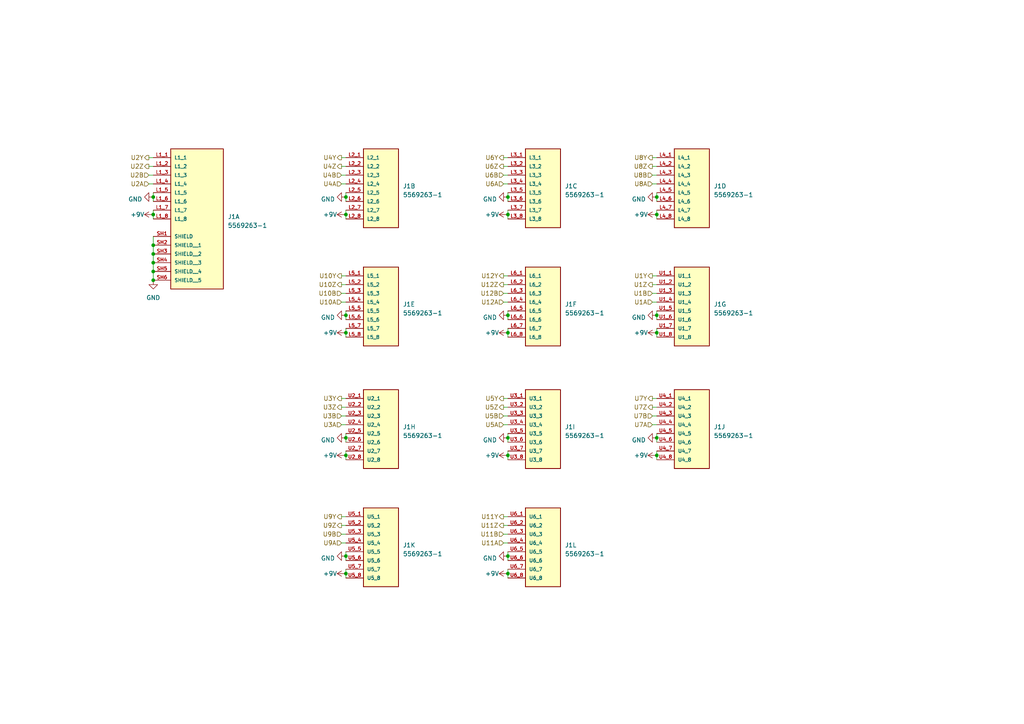
<source format=kicad_sch>
(kicad_sch (version 20230121) (generator eeschema)
  (paper "A4")
  (lib_symbols
    (symbol "components:5569263-1" (pin_names (offset 1.016))
      (property "Reference" "J" (at -0.635 15.875 0))
      (property "Value" "5569263-1" (at -5.08 13.335 0))
      (symbol "5569263-1_1_0"
        (rectangle (start -7.62 12.7) (end 7.62 -27.94) (stroke (width 0.254)) (fill (type background)))
        (pin passive line (at -12.7 10.16 0) (length 5.08) (name "L1_1") (number "L1_1"))
        (pin passive line (at -12.7 7.62 0) (length 5.08) (name "L1_2") (number "L1_2"))
        (pin passive line (at -12.7 5.08 0) (length 5.08) (name "L1_3") (number "L1_3"))
        (pin passive line (at -12.7 2.54 0) (length 5.08) (name "L1_4") (number "L1_4"))
        (pin passive line (at -12.7 0 0) (length 5.08) (name "L1_5") (number "L1_5"))
        (pin passive line (at -12.7 -2.54 0) (length 5.08) (name "L1_6") (number "L1_6"))
        (pin passive line (at -12.7 -5.08 0) (length 5.08) (name "L1_7") (number "L1_7"))
        (pin passive line (at -12.7 -7.62 0) (length 5.08) (name "L1_8") (number "L1_8"))
        (pin passive line (at -12.7 -12.7 0) (length 5.08) (name "SHIELD") (number "SH1"))
        (pin passive line (at -12.7 -15.24 0) (length 5.08) (name "SHIELD__1") (number "SH2"))
        (pin passive line (at -12.7 -17.78 0) (length 5.08) (name "SHIELD__2") (number "SH3"))
        (pin passive line (at -12.7 -20.32 0) (length 5.08) (name "SHIELD__3") (number "SH4"))
        (pin passive line (at -12.7 -22.86 0) (length 5.08) (name "SHIELD__4") (number "SH5"))
        (pin passive line (at -12.7 -25.4 0) (length 5.08) (name "SHIELD__5") (number "SH6"))
      )
      (symbol "5569263-1_2_0"
        (rectangle (start -5.08 -12.7) (end 5.08 10.16) (stroke (width 0.254)) (fill (type background)))
        (pin passive line (at -10.16 7.62 0) (length 5.08) (name "L2_1") (number "L2_1"))
        (pin passive line (at -10.16 5.08 0) (length 5.08) (name "L2_2") (number "L2_2"))
        (pin passive line (at -10.16 2.54 0) (length 5.08) (name "L2_3") (number "L2_3"))
        (pin passive line (at -10.16 0 0) (length 5.08) (name "L2_4") (number "L2_4"))
        (pin passive line (at -10.16 -2.54 0) (length 5.08) (name "L2_5") (number "L2_5"))
        (pin passive line (at -10.16 -5.08 0) (length 5.08) (name "L2_6") (number "L2_6"))
        (pin passive line (at -10.16 -7.62 0) (length 5.08) (name "L2_7") (number "L2_7"))
        (pin passive line (at -10.16 -10.16 0) (length 5.08) (name "L2_8") (number "L2_8"))
      )
      (symbol "5569263-1_3_0"
        (rectangle (start -5.08 -12.7) (end 5.08 10.16) (stroke (width 0.254)) (fill (type background)))
        (pin passive line (at -10.16 7.62 0) (length 5.08) (name "L3_1") (number "L3_1"))
        (pin passive line (at -10.16 5.08 0) (length 5.08) (name "L3_2") (number "L3_2"))
        (pin passive line (at -10.16 2.54 0) (length 5.08) (name "L3_3") (number "L3_3"))
        (pin passive line (at -10.16 0 0) (length 5.08) (name "L3_4") (number "L3_4"))
        (pin passive line (at -10.16 -2.54 0) (length 5.08) (name "L3_5") (number "L3_5"))
        (pin passive line (at -10.16 -5.08 0) (length 5.08) (name "L3_6") (number "L3_6"))
        (pin passive line (at -10.16 -7.62 0) (length 5.08) (name "L3_7") (number "L3_7"))
        (pin passive line (at -10.16 -10.16 0) (length 5.08) (name "L3_8") (number "L3_8"))
      )
      (symbol "5569263-1_4_0"
        (rectangle (start -5.08 -12.7) (end 5.08 10.16) (stroke (width 0.254)) (fill (type background)))
        (pin passive line (at -10.16 7.62 0) (length 5.08) (name "L4_1") (number "L4_1"))
        (pin passive line (at -10.16 5.08 0) (length 5.08) (name "L4_2") (number "L4_2"))
        (pin passive line (at -10.16 2.54 0) (length 5.08) (name "L4_3") (number "L4_3"))
        (pin passive line (at -10.16 0 0) (length 5.08) (name "L4_4") (number "L4_4"))
        (pin passive line (at -10.16 -2.54 0) (length 5.08) (name "L4_5") (number "L4_5"))
        (pin passive line (at -10.16 -5.08 0) (length 5.08) (name "L4_6") (number "L4_6"))
        (pin passive line (at -10.16 -7.62 0) (length 5.08) (name "L4_7") (number "L4_7"))
        (pin passive line (at -10.16 -10.16 0) (length 5.08) (name "L4_8") (number "L4_8"))
      )
      (symbol "5569263-1_5_0"
        (rectangle (start -5.08 -12.7) (end 5.08 10.16) (stroke (width 0.254)) (fill (type background)))
        (pin passive line (at -10.16 7.62 0) (length 5.08) (name "L5_1") (number "L5_1"))
        (pin passive line (at -10.16 5.08 0) (length 5.08) (name "L5_2") (number "L5_2"))
        (pin passive line (at -10.16 2.54 0) (length 5.08) (name "L5_3") (number "L5_3"))
        (pin passive line (at -10.16 0 0) (length 5.08) (name "L5_4") (number "L5_4"))
        (pin passive line (at -10.16 -2.54 0) (length 5.08) (name "L5_5") (number "L5_5"))
        (pin passive line (at -10.16 -5.08 0) (length 5.08) (name "L5_6") (number "L5_6"))
        (pin passive line (at -10.16 -7.62 0) (length 5.08) (name "L5_7") (number "L5_7"))
        (pin passive line (at -10.16 -10.16 0) (length 5.08) (name "L5_8") (number "L5_8"))
      )
      (symbol "5569263-1_6_0"
        (rectangle (start -5.08 -12.7) (end 5.08 10.16) (stroke (width 0.254)) (fill (type background)))
        (pin passive line (at -10.16 7.62 0) (length 5.08) (name "L6_1") (number "L6_1"))
        (pin passive line (at -10.16 5.08 0) (length 5.08) (name "L6_2") (number "L6_2"))
        (pin passive line (at -10.16 2.54 0) (length 5.08) (name "L6_3") (number "L6_3"))
        (pin passive line (at -10.16 0 0) (length 5.08) (name "L6_4") (number "L6_4"))
        (pin passive line (at -10.16 -2.54 0) (length 5.08) (name "L6_5") (number "L6_5"))
        (pin passive line (at -10.16 -5.08 0) (length 5.08) (name "L6_6") (number "L6_6"))
        (pin passive line (at -10.16 -7.62 0) (length 5.08) (name "L6_7") (number "L6_7"))
        (pin passive line (at -10.16 -10.16 0) (length 5.08) (name "L6_8") (number "L6_8"))
      )
      (symbol "5569263-1_7_0"
        (rectangle (start -5.08 -12.7) (end 5.08 10.16) (stroke (width 0.254)) (fill (type background)))
        (pin passive line (at -10.16 7.62 0) (length 5.08) (name "U1_1") (number "U1_1"))
        (pin passive line (at -10.16 5.08 0) (length 5.08) (name "U1_2") (number "U1_2"))
        (pin passive line (at -10.16 2.54 0) (length 5.08) (name "U1_3") (number "U1_3"))
        (pin passive line (at -10.16 0 0) (length 5.08) (name "U1_4") (number "U1_4"))
        (pin passive line (at -10.16 -2.54 0) (length 5.08) (name "U1_5") (number "U1_5"))
        (pin passive line (at -10.16 -5.08 0) (length 5.08) (name "U1_6") (number "U1_6"))
        (pin passive line (at -10.16 -7.62 0) (length 5.08) (name "U1_7") (number "U1_7"))
        (pin passive line (at -10.16 -10.16 0) (length 5.08) (name "U1_8") (number "U1_8"))
      )
      (symbol "5569263-1_8_0"
        (rectangle (start -5.08 -12.7) (end 5.08 10.16) (stroke (width 0.254)) (fill (type background)))
        (pin passive line (at -10.16 7.62 0) (length 5.08) (name "U2_1") (number "U2_1"))
        (pin passive line (at -10.16 5.08 0) (length 5.08) (name "U2_2") (number "U2_2"))
        (pin passive line (at -10.16 2.54 0) (length 5.08) (name "U2_3") (number "U2_3"))
        (pin passive line (at -10.16 0 0) (length 5.08) (name "U2_4") (number "U2_4"))
        (pin passive line (at -10.16 -2.54 0) (length 5.08) (name "U2_5") (number "U2_5"))
        (pin passive line (at -10.16 -5.08 0) (length 5.08) (name "U2_6") (number "U2_6"))
        (pin passive line (at -10.16 -7.62 0) (length 5.08) (name "U2_7") (number "U2_7"))
        (pin passive line (at -10.16 -10.16 0) (length 5.08) (name "U2_8") (number "U2_8"))
      )
      (symbol "5569263-1_9_0"
        (rectangle (start -5.08 -12.7) (end 5.08 10.16) (stroke (width 0.254)) (fill (type background)))
        (pin passive line (at -10.16 7.62 0) (length 5.08) (name "U3_1") (number "U3_1"))
        (pin passive line (at -10.16 5.08 0) (length 5.08) (name "U3_2") (number "U3_2"))
        (pin passive line (at -10.16 2.54 0) (length 5.08) (name "U3_3") (number "U3_3"))
        (pin passive line (at -10.16 0 0) (length 5.08) (name "U3_4") (number "U3_4"))
        (pin passive line (at -10.16 -2.54 0) (length 5.08) (name "U3_5") (number "U3_5"))
        (pin passive line (at -10.16 -5.08 0) (length 5.08) (name "U3_6") (number "U3_6"))
        (pin passive line (at -10.16 -7.62 0) (length 5.08) (name "U3_7") (number "U3_7"))
        (pin passive line (at -10.16 -10.16 0) (length 5.08) (name "U3_8") (number "U3_8"))
      )
      (symbol "5569263-1_10_0"
        (rectangle (start -5.08 -12.7) (end 5.08 10.16) (stroke (width 0.254)) (fill (type background)))
        (pin passive line (at -10.16 7.62 0) (length 5.08) (name "U4_1") (number "U4_1"))
        (pin passive line (at -10.16 5.08 0) (length 5.08) (name "U4_2") (number "U4_2"))
        (pin passive line (at -10.16 2.54 0) (length 5.08) (name "U4_3") (number "U4_3"))
        (pin passive line (at -10.16 0 0) (length 5.08) (name "U4_4") (number "U4_4"))
        (pin passive line (at -10.16 -2.54 0) (length 5.08) (name "U4_5") (number "U4_5"))
        (pin passive line (at -10.16 -5.08 0) (length 5.08) (name "U4_6") (number "U4_6"))
        (pin passive line (at -10.16 -7.62 0) (length 5.08) (name "U4_7") (number "U4_7"))
        (pin passive line (at -10.16 -10.16 0) (length 5.08) (name "U4_8") (number "U4_8"))
      )
      (symbol "5569263-1_11_0"
        (rectangle (start -5.08 -12.7) (end 5.08 10.16) (stroke (width 0.254)) (fill (type background)))
        (pin passive line (at -10.16 7.62 0) (length 5.08) (name "U5_1") (number "U5_1"))
        (pin passive line (at -10.16 5.08 0) (length 5.08) (name "U5_2") (number "U5_2"))
        (pin passive line (at -10.16 2.54 0) (length 5.08) (name "U5_3") (number "U5_3"))
        (pin passive line (at -10.16 0 0) (length 5.08) (name "U5_4") (number "U5_4"))
        (pin passive line (at -10.16 -2.54 0) (length 5.08) (name "U5_5") (number "U5_5"))
        (pin passive line (at -10.16 -5.08 0) (length 5.08) (name "U5_6") (number "U5_6"))
        (pin passive line (at -10.16 -7.62 0) (length 5.08) (name "U5_7") (number "U5_7"))
        (pin passive line (at -10.16 -10.16 0) (length 5.08) (name "U5_8") (number "U5_8"))
      )
      (symbol "5569263-1_12_0"
        (rectangle (start -5.08 -12.7) (end 5.08 10.16) (stroke (width 0.254)) (fill (type background)))
        (pin passive line (at -10.16 7.62 0) (length 5.08) (name "U6_1") (number "U6_1"))
        (pin passive line (at -10.16 5.08 0) (length 5.08) (name "U6_2") (number "U6_2"))
        (pin passive line (at -10.16 2.54 0) (length 5.08) (name "U6_3") (number "U6_3"))
        (pin passive line (at -10.16 0 0) (length 5.08) (name "U6_4") (number "U6_4"))
        (pin passive line (at -10.16 -2.54 0) (length 5.08) (name "U6_5") (number "U6_5"))
        (pin passive line (at -10.16 -5.08 0) (length 5.08) (name "U6_6") (number "U6_6"))
        (pin passive line (at -10.16 -7.62 0) (length 5.08) (name "U6_7") (number "U6_7"))
        (pin passive line (at -10.16 -10.16 0) (length 5.08) (name "U6_8") (number "U6_8"))
      )
    )
    (symbol "power:+9V" (power) (pin_names (offset 0))
      (property "Value" "+9V" (at 0 3.556 0))
      (symbol "+9V_0_1"
        (polyline (pts (xy -0.762 1.27) (xy 0 2.54)))
        (polyline (pts (xy 0 0) (xy 0 2.54)))
        (polyline (pts (xy 0 2.54) (xy 0.762 1.27)))
      )
      (symbol "+9V_1_1"
        (pin power_in line (at 0 0 90) (length 0) hide (name "+9V") (number "1"))
      )
    )
    (symbol "power:GND" (power) (pin_names (offset 0))
      (property "Value" "GND" (at 0 -3.81 0))
      (symbol "GND_0_1"
        (polyline (pts (xy 0 0) (xy 0 -1.27) (xy 1.27 -1.27) (xy 0 -2.54) (xy -1.27 -1.27) (xy 0 -1.27)))
      )
      (symbol "GND_1_1"
        (pin power_in line (at 0 0 270) (length 0) hide (name "GND") (number "1"))
      )
    )
  )
  (junction (at 100.33 132.08))
  (junction (at 147.32 57.15))
  (junction (at 44.45 71.12))
  (junction (at 44.45 78.74))
  (junction (at 147.32 166.37))
  (junction (at 100.33 166.37))
  (junction (at 44.45 76.2))
  (junction (at 147.32 132.08))
  (junction (at 100.33 91.44))
  (junction (at 44.45 62.23))
  (junction (at 100.33 62.23))
  (junction (at 100.33 96.52))
  (junction (at 190.5 62.23))
  (junction (at 100.33 161.29))
  (junction (at 190.5 91.44))
  (junction (at 190.5 57.15))
  (junction (at 147.32 62.23))
  (junction (at 190.5 127))
  (junction (at 190.5 132.08))
  (junction (at 147.32 96.52))
  (junction (at 44.45 57.15))
  (junction (at 147.32 91.44))
  (junction (at 147.32 161.29))
  (junction (at 147.32 127))
  (junction (at 190.5 96.52))
  (junction (at 44.45 81.28))
  (junction (at 44.45 73.66))
  (junction (at 100.33 57.15))
  (junction (at 100.33 127))
  (wire (pts (xy 99.06 157.48) (xy 100.33 157.48)))
  (wire (pts (xy 146.05 123.19) (xy 147.32 123.19)))
  (wire (pts (xy 146.05 152.4) (xy 147.32 152.4)))
  (wire (pts (xy 100.33 132.08) (xy 100.33 133.35)))
  (wire (pts (xy 100.33 127) (xy 100.33 128.27)))
  (wire (pts (xy 99.06 45.72) (xy 100.33 45.72)))
  (wire (pts (xy 190.5 62.23) (xy 190.5 63.5)))
  (wire (pts (xy 147.32 90.17) (xy 147.32 91.44)))
  (wire (pts (xy 99.06 123.19) (xy 100.33 123.19)))
  (wire (pts (xy 100.33 125.73) (xy 100.33 127)))
  (wire (pts (xy 99.06 120.65) (xy 100.33 120.65)))
  (wire (pts (xy 189.23 53.34) (xy 190.5 53.34)))
  (wire (pts (xy 44.45 57.15) (xy 44.45 58.42)))
  (wire (pts (xy 189.23 118.11) (xy 190.5 118.11)))
  (wire (pts (xy 99.06 53.34) (xy 100.33 53.34)))
  (wire (pts (xy 146.05 80.01) (xy 147.32 80.01)))
  (wire (pts (xy 99.06 87.63) (xy 100.33 87.63)))
  (wire (pts (xy 43.18 53.34) (xy 44.45 53.34)))
  (wire (pts (xy 190.5 127) (xy 190.5 128.27)))
  (wire (pts (xy 190.5 130.81) (xy 190.5 132.08)))
  (wire (pts (xy 147.32 57.15) (xy 147.32 58.42)))
  (wire (pts (xy 147.32 125.73) (xy 147.32 127)))
  (wire (pts (xy 99.06 154.94) (xy 100.33 154.94)))
  (wire (pts (xy 146.05 87.63) (xy 147.32 87.63)))
  (wire (pts (xy 190.5 96.52) (xy 190.5 97.79)))
  (wire (pts (xy 100.33 130.81) (xy 100.33 132.08)))
  (wire (pts (xy 147.32 96.52) (xy 147.32 97.79)))
  (wire (pts (xy 100.33 62.23) (xy 100.33 63.5)))
  (wire (pts (xy 189.23 87.63) (xy 190.5 87.63)))
  (wire (pts (xy 44.45 62.23) (xy 44.45 63.5)))
  (wire (pts (xy 100.33 165.1) (xy 100.33 166.37)))
  (wire (pts (xy 44.45 78.74) (xy 44.45 81.28)))
  (wire (pts (xy 189.23 82.55) (xy 190.5 82.55)))
  (wire (pts (xy 100.33 166.37) (xy 100.33 167.64)))
  (wire (pts (xy 43.18 45.72) (xy 44.45 45.72)))
  (wire (pts (xy 146.05 82.55) (xy 147.32 82.55)))
  (wire (pts (xy 190.5 91.44) (xy 190.5 92.71)))
  (wire (pts (xy 147.32 60.96) (xy 147.32 62.23)))
  (wire (pts (xy 43.18 50.8) (xy 44.45 50.8)))
  (wire (pts (xy 146.05 157.48) (xy 147.32 157.48)))
  (wire (pts (xy 99.06 118.11) (xy 100.33 118.11)))
  (wire (pts (xy 147.32 161.29) (xy 147.32 162.56)))
  (wire (pts (xy 99.06 152.4) (xy 100.33 152.4)))
  (wire (pts (xy 147.32 127) (xy 147.32 128.27)))
  (wire (pts (xy 190.5 95.25) (xy 190.5 96.52)))
  (wire (pts (xy 99.06 50.8) (xy 100.33 50.8)))
  (wire (pts (xy 189.23 85.09) (xy 190.5 85.09)))
  (wire (pts (xy 147.32 160.02) (xy 147.32 161.29)))
  (wire (pts (xy 44.45 73.66) (xy 44.45 76.2)))
  (wire (pts (xy 146.05 120.65) (xy 147.32 120.65)))
  (wire (pts (xy 190.5 55.88) (xy 190.5 57.15)))
  (wire (pts (xy 147.32 95.25) (xy 147.32 96.52)))
  (wire (pts (xy 147.32 55.88) (xy 147.32 57.15)))
  (wire (pts (xy 189.23 50.8) (xy 190.5 50.8)))
  (wire (pts (xy 99.06 85.09) (xy 100.33 85.09)))
  (wire (pts (xy 100.33 55.88) (xy 100.33 57.15)))
  (wire (pts (xy 147.32 165.1) (xy 147.32 166.37)))
  (wire (pts (xy 44.45 71.12) (xy 44.45 73.66)))
  (wire (pts (xy 190.5 57.15) (xy 190.5 58.42)))
  (wire (pts (xy 100.33 91.44) (xy 100.33 92.71)))
  (wire (pts (xy 99.06 82.55) (xy 100.33 82.55)))
  (wire (pts (xy 147.32 166.37) (xy 147.32 167.64)))
  (wire (pts (xy 190.5 125.73) (xy 190.5 127)))
  (wire (pts (xy 100.33 90.17) (xy 100.33 91.44)))
  (wire (pts (xy 146.05 48.26) (xy 147.32 48.26)))
  (wire (pts (xy 147.32 91.44) (xy 147.32 92.71)))
  (wire (pts (xy 147.32 132.08) (xy 147.32 133.35)))
  (wire (pts (xy 146.05 85.09) (xy 147.32 85.09)))
  (wire (pts (xy 100.33 161.29) (xy 100.33 162.56)))
  (wire (pts (xy 146.05 53.34) (xy 147.32 53.34)))
  (wire (pts (xy 99.06 149.86) (xy 100.33 149.86)))
  (wire (pts (xy 189.23 48.26) (xy 190.5 48.26)))
  (wire (pts (xy 44.45 60.96) (xy 44.45 62.23)))
  (wire (pts (xy 147.32 62.23) (xy 147.32 63.5)))
  (wire (pts (xy 44.45 76.2) (xy 44.45 78.74)))
  (wire (pts (xy 146.05 45.72) (xy 147.32 45.72)))
  (wire (pts (xy 190.5 132.08) (xy 190.5 133.35)))
  (wire (pts (xy 146.05 149.86) (xy 147.32 149.86)))
  (wire (pts (xy 100.33 96.52) (xy 100.33 97.79)))
  (wire (pts (xy 43.18 48.26) (xy 44.45 48.26)))
  (wire (pts (xy 100.33 60.96) (xy 100.33 62.23)))
  (wire (pts (xy 147.32 130.81) (xy 147.32 132.08)))
  (wire (pts (xy 146.05 154.94) (xy 147.32 154.94)))
  (wire (pts (xy 100.33 160.02) (xy 100.33 161.29)))
  (wire (pts (xy 146.05 50.8) (xy 147.32 50.8)))
  (wire (pts (xy 100.33 95.25) (xy 100.33 96.52)))
  (wire (pts (xy 189.23 45.72) (xy 190.5 45.72)))
  (wire (pts (xy 44.45 55.88) (xy 44.45 57.15)))
  (wire (pts (xy 190.5 60.96) (xy 190.5 62.23)))
  (wire (pts (xy 99.06 115.57) (xy 100.33 115.57)))
  (wire (pts (xy 146.05 115.57) (xy 147.32 115.57)))
  (wire (pts (xy 189.23 115.57) (xy 190.5 115.57)))
  (wire (pts (xy 146.05 118.11) (xy 147.32 118.11)))
  (wire (pts (xy 44.45 68.58) (xy 44.45 71.12)))
  (wire (pts (xy 190.5 90.17) (xy 190.5 91.44)))
  (wire (pts (xy 99.06 48.26) (xy 100.33 48.26)))
  (wire (pts (xy 99.06 80.01) (xy 100.33 80.01)))
  (wire (pts (xy 189.23 80.01) (xy 190.5 80.01)))
  (wire (pts (xy 189.23 123.19) (xy 190.5 123.19)))
  (wire (pts (xy 100.33 57.15) (xy 100.33 58.42)))
  (wire (pts (xy 189.23 120.65) (xy 190.5 120.65)))
  (hierarchical_label "U2A" (shape input) (at 43.18 53.34 180))
  (hierarchical_label "U9A" (shape input) (at 99.06 157.48 180))
  (hierarchical_label "U5Y" (shape output) (at 146.05 115.57 180))
  (hierarchical_label "U2B" (shape input) (at 43.18 50.8 180))
  (hierarchical_label "U11A" (shape input) (at 146.05 157.48 180))
  (hierarchical_label "U10B" (shape input) (at 99.06 85.09 180))
  (hierarchical_label "U11B" (shape input) (at 146.05 154.94 180))
  (hierarchical_label "U1B" (shape input) (at 189.23 85.09 180))
  (hierarchical_label "U11Y" (shape output) (at 146.05 149.86 180))
  (hierarchical_label "U7Y" (shape output) (at 189.23 115.57 180))
  (hierarchical_label "U12B" (shape input) (at 146.05 85.09 180))
  (hierarchical_label "U4A" (shape input) (at 99.06 53.34 180))
  (hierarchical_label "U8Z" (shape output) (at 189.23 48.26 180))
  (hierarchical_label "U7B" (shape input) (at 189.23 120.65 180))
  (hierarchical_label "U9B" (shape input) (at 99.06 154.94 180))
  (hierarchical_label "U3Z" (shape output) (at 99.06 118.11 180))
  (hierarchical_label "U1A" (shape input) (at 189.23 87.63 180))
  (hierarchical_label "U6Y" (shape output) (at 146.05 45.72 180))
  (hierarchical_label "U7Z" (shape output) (at 189.23 118.11 180))
  (hierarchical_label "U12Z" (shape output) (at 146.05 82.55 180))
  (hierarchical_label "U1Y" (shape output) (at 189.23 80.01 180))
  (hierarchical_label "U6B" (shape input) (at 146.05 50.8 180))
  (hierarchical_label "U6Z" (shape output) (at 146.05 48.26 180))
  (hierarchical_label "U4B" (shape input) (at 99.06 50.8 180))
  (hierarchical_label "U5A" (shape input) (at 146.05 123.19 180))
  (hierarchical_label "U10A" (shape input) (at 99.06 87.63 180))
  (hierarchical_label "U2Z" (shape output) (at 43.18 48.26 180))
  (hierarchical_label "U11Z" (shape output) (at 146.05 152.4 180))
  (hierarchical_label "U2Y" (shape output) (at 43.18 45.72 180))
  (hierarchical_label "U12A" (shape input) (at 146.05 87.63 180))
  (hierarchical_label "U12Y" (shape output) (at 146.05 80.01 180))
  (hierarchical_label "U9Y" (shape output) (at 99.06 149.86 180))
  (hierarchical_label "U8A" (shape input) (at 189.23 53.34 180))
  (hierarchical_label "U9Z" (shape output) (at 99.06 152.4 180))
  (hierarchical_label "U8B" (shape input) (at 189.23 50.8 180))
  (hierarchical_label "U3A" (shape input) (at 99.06 123.19 180))
  (hierarchical_label "U8Y" (shape output) (at 189.23 45.72 180))
  (hierarchical_label "U5Z" (shape output) (at 146.05 118.11 180))
  (hierarchical_label "U1Z" (shape output) (at 189.23 82.55 180))
  (hierarchical_label "U10Z" (shape output) (at 99.06 82.55 180))
  (hierarchical_label "U4Z" (shape output) (at 99.06 48.26 180))
  (hierarchical_label "U6A" (shape input) (at 146.05 53.34 180))
  (hierarchical_label "U3B" (shape input) (at 99.06 120.65 180))
  (hierarchical_label "U4Y" (shape output) (at 99.06 45.72 180))
  (hierarchical_label "U7A" (shape input) (at 189.23 123.19 180))
  (hierarchical_label "U5B" (shape input) (at 146.05 120.65 180))
  (hierarchical_label "U10Y" (shape output) (at 99.06 80.01 180))
  (hierarchical_label "U3Y" (shape output) (at 99.06 115.57 180))
  (symbol (lib_id "power:GND") (at 100.33 91.44 270) (unit 1)
    (property "Reference" "#PWR054" (effects hide))
    (property "Value" "GND" (at 97.155 92.075 90) (effects (justify right)))
  )
  (symbol (lib_id "components:5569263-1") (at 110.49 87.63 0) (unit 5)
    (property "Reference" "J1" (at 116.84 88.265 0) (effects (justify left)))
    (property "Value" "5569263-1" (at 116.84 90.805 0) (effects (justify left)))
    (property "Footprint" "components:TE_5569263-1" (effects hide))
    (property "PARTREV" "B3" (effects hide))
    (property "STANDARD" "Manufacturer Recommendations" (effects hide))
    (property "MAXIMUM_PACKAGE_HEIGHT" "26.29mm" (effects hide))
    (property "MANUFACTURER" "TE Connectivity" (effects hide))
  )
  (symbol (lib_id "components:5569263-1") (at 157.48 87.63 0) (unit 6)
    (property "Reference" "J1" (at 163.83 88.265 0) (effects (justify left)))
    (property "Value" "5569263-1" (at 163.83 90.805 0) (effects (justify left)))
    (property "Footprint" "components:TE_5569263-1" (effects hide))
    (property "PARTREV" "B3" (effects hide))
    (property "STANDARD" "Manufacturer Recommendations" (effects hide))
    (property "MAXIMUM_PACKAGE_HEIGHT" "26.29mm" (effects hide))
    (property "MANUFACTURER" "TE Connectivity" (effects hide))
  )
  (symbol (lib_id "power:GND") (at 100.33 161.29 270) (unit 1)
    (property "Reference" "#PWR058" (effects hide))
    (property "Value" "GND" (at 97.155 161.925 90) (effects (justify right)))
  )
  (symbol (lib_id "components:5569263-1") (at 110.49 157.48 0) (unit 11)
    (property "Reference" "J1" (at 116.84 158.115 0) (effects (justify left)))
    (property "Value" "5569263-1" (at 116.84 160.655 0) (effects (justify left)))
    (property "Footprint" "components:TE_5569263-1" (effects hide))
    (property "PARTREV" "B3" (effects hide))
    (property "STANDARD" "Manufacturer Recommendations" (effects hide))
    (property "MAXIMUM_PACKAGE_HEIGHT" "26.29mm" (effects hide))
    (property "MANUFACTURER" "TE Connectivity" (effects hide))
  )
  (symbol (lib_id "power:GND") (at 147.32 91.44 270) (unit 1)
    (property "Reference" "#PWR062" (effects hide))
    (property "Value" "GND" (at 144.145 92.075 90) (effects (justify right)))
  )
  (symbol (lib_id "components:5569263-1") (at 157.48 53.34 0) (unit 3)
    (property "Reference" "J1" (at 163.83 53.975 0) (effects (justify left)))
    (property "Value" "5569263-1" (at 163.83 56.515 0) (effects (justify left)))
    (property "Footprint" "components:TE_5569263-1" (effects hide))
    (property "PARTREV" "B3" (effects hide))
    (property "STANDARD" "Manufacturer Recommendations" (effects hide))
    (property "MAXIMUM_PACKAGE_HEIGHT" "26.29mm" (effects hide))
    (property "MANUFACTURER" "TE Connectivity" (effects hide))
  )
  (symbol (lib_id "power:+9V") (at 147.32 132.08 90) (unit 1)
    (property "Reference" "#PWR067" (effects hide))
    (property "Value" "+9V" (at 144.78 132.08 90) (effects (justify left)))
  )
  (symbol (lib_id "power:+9V") (at 147.32 96.52 90) (unit 1)
    (property "Reference" "#PWR063" (effects hide))
    (property "Value" "+9V" (at 144.78 96.52 90) (effects (justify left)))
  )
  (symbol (lib_id "power:GND") (at 147.32 127 270) (unit 1)
    (property "Reference" "#PWR064" (effects hide))
    (property "Value" "GND" (at 144.145 127.635 90) (effects (justify right)))
  )
  (symbol (lib_id "components:5569263-1") (at 110.49 123.19 0) (unit 8)
    (property "Reference" "J1" (at 116.84 123.825 0) (effects (justify left)))
    (property "Value" "5569263-1" (at 116.84 126.365 0) (effects (justify left)))
    (property "Footprint" "components:TE_5569263-1" (effects hide))
    (property "PARTREV" "B3" (effects hide))
    (property "STANDARD" "Manufacturer Recommendations" (effects hide))
    (property "MAXIMUM_PACKAGE_HEIGHT" "26.29mm" (effects hide))
    (property "MANUFACTURER" "TE Connectivity" (effects hide))
  )
  (symbol (lib_id "components:5569263-1") (at 200.66 87.63 0) (unit 7)
    (property "Reference" "J1" (at 207.01 88.265 0) (effects (justify left)))
    (property "Value" "5569263-1" (at 207.01 90.805 0) (effects (justify left)))
    (property "Footprint" "components:TE_5569263-1" (effects hide))
    (property "PARTREV" "B3" (effects hide))
    (property "STANDARD" "Manufacturer Recommendations" (effects hide))
    (property "MAXIMUM_PACKAGE_HEIGHT" "26.29mm" (effects hide))
    (property "MANUFACTURER" "TE Connectivity" (effects hide))
  )
  (symbol (lib_id "power:+9V") (at 100.33 132.08 90) (unit 1)
    (property "Reference" "#PWR065" (effects hide))
    (property "Value" "+9V" (at 97.79 132.08 90) (effects (justify left)))
  )
  (symbol (lib_id "components:5569263-1") (at 157.48 123.19 0) (unit 9)
    (property "Reference" "J1" (at 163.83 123.825 0) (effects (justify left)))
    (property "Value" "5569263-1" (at 163.83 126.365 0) (effects (justify left)))
    (property "Footprint" "components:TE_5569263-1" (effects hide))
    (property "PARTREV" "B3" (effects hide))
    (property "STANDARD" "Manufacturer Recommendations" (effects hide))
    (property "MAXIMUM_PACKAGE_HEIGHT" "26.29mm" (effects hide))
    (property "MANUFACTURER" "TE Connectivity" (effects hide))
  )
  (symbol (lib_id "components:5569263-1") (at 200.66 123.19 0) (unit 10)
    (property "Reference" "J1" (at 207.01 123.825 0) (effects (justify left)))
    (property "Value" "5569263-1" (at 207.01 126.365 0) (effects (justify left)))
    (property "Footprint" "components:TE_5569263-1" (effects hide))
    (property "PARTREV" "B3" (effects hide))
    (property "STANDARD" "Manufacturer Recommendations" (effects hide))
    (property "MAXIMUM_PACKAGE_HEIGHT" "26.29mm" (effects hide))
    (property "MANUFACTURER" "TE Connectivity" (effects hide))
  )
  (symbol (lib_id "components:5569263-1") (at 110.49 53.34 0) (unit 2)
    (property "Reference" "J1" (at 116.84 53.975 0) (effects (justify left)))
    (property "Value" "5569263-1" (at 116.84 56.515 0) (effects (justify left)))
    (property "Footprint" "components:TE_5569263-1" (effects hide))
    (property "PARTREV" "B3" (effects hide))
    (property "STANDARD" "Manufacturer Recommendations" (effects hide))
    (property "MAXIMUM_PACKAGE_HEIGHT" "26.29mm" (effects hide))
    (property "MANUFACTURER" "TE Connectivity" (effects hide))
  )
  (symbol (lib_id "power:GND") (at 100.33 57.15 270) (unit 1)
    (property "Reference" "#PWR052" (effects hide))
    (property "Value" "GND" (at 97.155 57.785 90) (effects (justify right)))
  )
  (symbol (lib_id "power:+9V") (at 190.5 62.23 90) (unit 1)
    (property "Reference" "#PWR059" (effects hide))
    (property "Value" "+9V" (at 187.96 62.23 90) (effects (justify left)))
  )
  (symbol (lib_id "power:+9V") (at 190.5 96.52 90) (unit 1)
    (property "Reference" "#PWR061" (effects hide))
    (property "Value" "+9V" (at 187.96 96.52 90) (effects (justify left)))
  )
  (symbol (lib_id "power:+9V") (at 100.33 96.52 90) (unit 1)
    (property "Reference" "#PWR055" (effects hide))
    (property "Value" "+9V" (at 97.79 96.52 90) (effects (justify left)))
  )
  (symbol (lib_id "power:GND") (at 44.45 57.15 270) (unit 1)
    (property "Reference" "#PWR049" (effects hide))
    (property "Value" "GND" (at 41.275 57.785 90) (effects (justify right)))
  )
  (symbol (lib_id "components:5569263-1") (at 57.15 55.88 0) (unit 1)
    (property "Reference" "J1" (at 66.04 62.865 0) (effects (justify left)))
    (property "Value" "5569263-1" (at 66.04 65.405 0) (effects (justify left)))
    (property "Footprint" "components:TE_5569263-1" (effects hide))
    (property "PARTREV" "B3" (effects hide))
    (property "STANDARD" "Manufacturer Recommendations" (effects hide))
    (property "MAXIMUM_PACKAGE_HEIGHT" "26.29mm" (effects hide))
    (property "MANUFACTURER" "TE Connectivity" (effects hide))
  )
  (symbol (lib_id "power:GND") (at 100.33 127 270) (unit 1)
    (property "Reference" "#PWR056" (effects hide))
    (property "Value" "GND" (at 97.155 127.635 90) (effects (justify right)))
  )
  (symbol (lib_id "power:GND") (at 190.5 127 270) (unit 1)
    (property "Reference" "#PWR072" (effects hide))
    (property "Value" "GND" (at 187.325 127.635 90) (effects (justify right)))
  )
  (symbol (lib_id "power:GND") (at 147.32 57.15 270) (unit 1)
    (property "Reference" "#PWR060" (effects hide))
    (property "Value" "GND" (at 144.145 57.785 90) (effects (justify right)))
  )
  (symbol (lib_id "power:+9V") (at 100.33 166.37 90) (unit 1)
    (property "Reference" "#PWR069" (effects hide))
    (property "Value" "+9V" (at 97.79 166.37 90) (effects (justify left)))
  )
  (symbol (lib_id "power:+9V") (at 147.32 166.37 90) (unit 1)
    (property "Reference" "#PWR071" (effects hide))
    (property "Value" "+9V" (at 144.78 166.37 90) (effects (justify left)))
  )
  (symbol (lib_id "power:+9V") (at 100.33 62.23 90) (unit 1)
    (property "Reference" "#PWR053" (effects hide))
    (property "Value" "+9V" (at 97.79 62.23 90) (effects (justify left)))
  )
  (symbol (lib_id "power:+9V") (at 190.5 132.08 90) (unit 1)
    (property "Reference" "#PWR073" (effects hide))
    (property "Value" "+9V" (at 187.96 132.08 90) (effects (justify left)))
  )
  (symbol (lib_id "power:GND") (at 190.5 57.15 270) (unit 1)
    (property "Reference" "#PWR068" (effects hide))
    (property "Value" "GND" (at 187.325 57.785 90) (effects (justify right)))
  )
  (symbol (lib_id "components:5569263-1") (at 157.48 157.48 0) (unit 12)
    (property "Reference" "J1" (at 163.83 158.115 0) (effects (justify left)))
    (property "Value" "5569263-1" (at 163.83 160.655 0) (effects (justify left)))
    (property "Footprint" "components:TE_5569263-1" (effects hide))
    (property "PARTREV" "B3" (effects hide))
    (property "STANDARD" "Manufacturer Recommendations" (effects hide))
    (property "MAXIMUM_PACKAGE_HEIGHT" "26.29mm" (effects hide))
    (property "MANUFACTURER" "TE Connectivity" (effects hide))
  )
  (symbol (lib_id "power:+9V") (at 44.45 62.23 90) (unit 1)
    (property "Reference" "#PWR050" (effects hide))
    (property "Value" "+9V" (at 41.91 62.23 90) (effects (justify left)))
  )
  (symbol (lib_id "power:GND") (at 147.32 161.29 270) (unit 1)
    (property "Reference" "#PWR066" (effects hide))
    (property "Value" "GND" (at 144.145 161.925 90) (effects (justify right)))
  )
  (symbol (lib_id "power:GND") (at 190.5 91.44 270) (unit 1)
    (property "Reference" "#PWR070" (effects hide))
    (property "Value" "GND" (at 187.325 92.075 90) (effects (justify right)))
  )
  (symbol (lib_id "power:+9V") (at 147.32 62.23 90) (unit 1)
    (property "Reference" "#PWR057" (effects hide))
    (property "Value" "+9V" (at 144.78 62.23 90) (effects (justify left)))
  )
  (symbol (lib_id "power:GND") (at 44.45 81.28 0) (unit 1)
    (property "Reference" "#PWR051" (effects hide))
    (property "Value" "GND" (at 44.45 86.36 0))
  )
  (symbol (lib_id "components:5569263-1") (at 200.66 53.34 0) (unit 4)
    (property "Reference" "J1" (at 207.01 53.975 0) (effects (justify left)))
    (property "Value" "5569263-1" (at 207.01 56.515 0) (effects (justify left)))
    (property "Footprint" "components:TE_5569263-1" (effects hide))
    (property "PARTREV" "B3" (effects hide))
    (property "STANDARD" "Manufacturer Recommendations" (effects hide))
    (property "MAXIMUM_PACKAGE_HEIGHT" "26.29mm" (effects hide))
    (property "MANUFACTURER" "TE Connectivity" (effects hide))
  )
)
</source>
